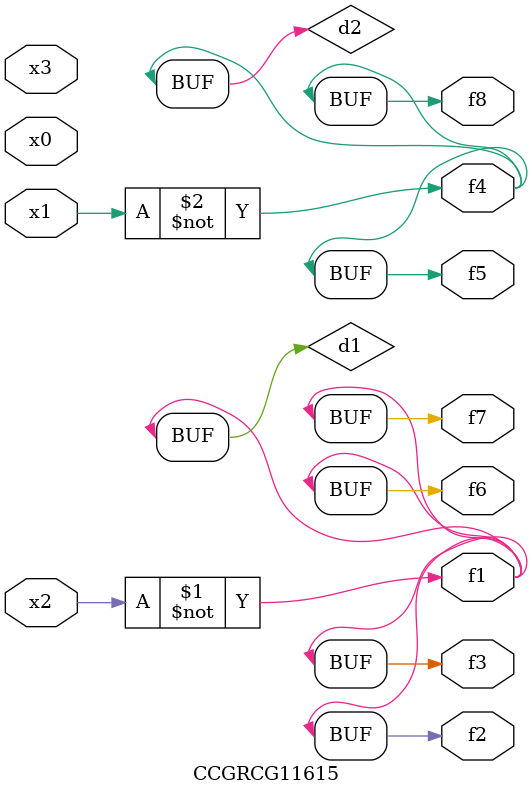
<source format=v>
module CCGRCG11615(
	input x0, x1, x2, x3,
	output f1, f2, f3, f4, f5, f6, f7, f8
);

	wire d1, d2;

	xnor (d1, x2);
	not (d2, x1);
	assign f1 = d1;
	assign f2 = d1;
	assign f3 = d1;
	assign f4 = d2;
	assign f5 = d2;
	assign f6 = d1;
	assign f7 = d1;
	assign f8 = d2;
endmodule

</source>
